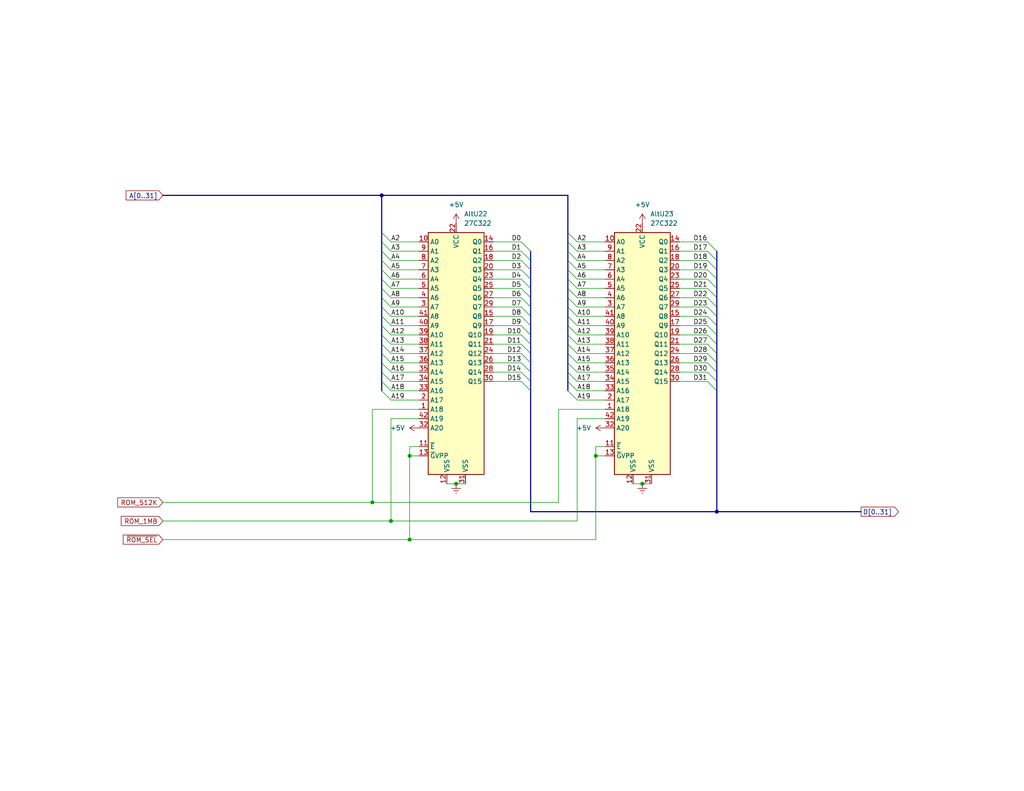
<source format=kicad_sch>
(kicad_sch (version 20250114) (generator "eeschema") (generator_version "9.0")
  (paper "USLetter")
  (title_block (title "Macintosh Classic II Revision B") (date "2025-06-04") (company "Apple Computer") (comment 1 "drawn by Bradley Bell"))
  (lib_symbols
    (symbol "27C322_1"
      (property "Reference" "U" (at -7.62 31.75 0))
      (property "Value" "27C322" (at 2.794 32.258 0))
      (symbol "27C322_1_1_1"
        (rectangle (start -7.62 30.48) (end 7.62 -35.56) (stroke (width 0.254)) (fill (type background)))
        (pin input line (at -10.16 27.94 0) (length 2.54) (name "A0") (number "10"))
        (pin input line (at -10.16 25.4 0) (length 2.54) (name "A1") (number "9"))
        (pin input line (at -10.16 22.86 0) (length 2.54) (name "A2") (number "8"))
        (pin input line (at -10.16 20.32 0) (length 2.54) (name "A3") (number "7"))
        (pin input line (at -10.16 17.78 0) (length 2.54) (name "A4") (number "6"))
        (pin input line (at -10.16 15.24 0) (length 2.54) (name "A5") (number "5"))
        (pin input line (at -10.16 12.7 0) (length 2.54) (name "A6") (number "4"))
        (pin input line (at -10.16 10.16 0) (length 2.54) (name "A7") (number "3"))
        (pin input line (at -10.16 7.62 0) (length 2.54) (name "A8") (number "41"))
        (pin input line (at -10.16 5.08 0) (length 2.54) (name "A9") (number "40"))
        (pin input line (at -10.16 2.54 0) (length 2.54) (name "A10") (number "39"))
        (pin input line (at -10.16 0 0) (length 2.54) (name "A11") (number "38"))
        (pin input line (at -10.16 -2.54 0) (length 2.54) (name "A12") (number "37"))
        (pin input line (at -10.16 -5.08 0) (length 2.54) (name "A13") (number "36"))
        (pin input line (at -10.16 -7.62 0) (length 2.54) (name "A14") (number "35"))
        (pin input line (at -10.16 -10.16 0) (length 2.54) (name "A15") (number "34"))
        (pin input line (at -10.16 -12.7 0) (length 2.54) (name "A16") (number "33"))
        (pin input line (at -10.16 -15.24 0) (length 2.54) (name "A17") (number "2"))
        (pin input line (at -10.16 -17.78 0) (length 2.54) (name "A18") (number "1"))
        (pin input line (at -10.16 -20.32 0) (length 2.54) (name "A19") (number "42"))
        (pin input line (at -10.16 -22.86 0) (length 2.54) (name "A20") (number "32"))
        (pin input line (at -10.16 -27.94 0) (length 2.54) (name "~{E}") (number "11"))
        (pin input line (at -10.16 -30.48 0) (length 2.54) (name "~{G}VPP") (number "13"))
        (pin power_in line (at -2.54 -38.1 90) (length 2.54) (name "VSS") (number "12"))
        (pin power_in line (at 0 33.02 270) (length 2.54) (name "VCC") (number "22"))
        (pin power_in line (at 2.54 -38.1 90) (length 2.54) (name "VSS") (number "31"))
        (pin tri_state line (at 10.16 27.94 180) (length 2.54) (name "Q0") (number "14"))
        (pin tri_state line (at 10.16 25.4 180) (length 2.54) (name "Q1") (number "16"))
        (pin tri_state line (at 10.16 22.86 180) (length 2.54) (name "Q2") (number "18"))
        (pin tri_state line (at 10.16 20.32 180) (length 2.54) (name "Q3") (number "20"))
        (pin tri_state line (at 10.16 17.78 180) (length 2.54) (name "Q4") (number "23"))
        (pin tri_state line (at 10.16 15.24 180) (length 2.54) (name "Q5") (number "25"))
        (pin tri_state line (at 10.16 12.7 180) (length 2.54) (name "Q6") (number "27"))
        (pin tri_state line (at 10.16 10.16 180) (length 2.54) (name "Q7") (number "29"))
        (pin tri_state line (at 10.16 7.62 180) (length 2.54) (name "Q8") (number "15"))
        (pin tri_state line (at 10.16 5.08 180) (length 2.54) (name "Q9") (number "17"))
        (pin tri_state line (at 10.16 2.54 180) (length 2.54) (name "Q10") (number "19"))
        (pin tri_state line (at 10.16 0 180) (length 2.54) (name "Q11") (number "21"))
        (pin tri_state line (at 10.16 -2.54 180) (length 2.54) (name "Q12") (number "24"))
        (pin tri_state line (at 10.16 -5.08 180) (length 2.54) (name "Q13") (number "26"))
        (pin tri_state line (at 10.16 -7.62 180) (length 2.54) (name "Q14") (number "28"))
        (pin tri_state line (at 10.16 -10.16 180) (length 2.54) (name "Q15") (number "30"))
      )
    )
    (symbol "MyEprom:27C322"
      (property "Reference" "U" (at -7.62 31.75 0))
      (property "Value" "27C322" (at 2.794 32.258 0))
      (symbol "27C322_1_1"
        (rectangle (start -7.62 30.48) (end 7.62 -35.56) (stroke (width 0.254)) (fill (type background)))
        (pin input line (at -10.16 27.94 0) (length 2.54) (name "A0") (number "10"))
        (pin input line (at -10.16 25.4 0) (length 2.54) (name "A1") (number "9"))
        (pin input line (at -10.16 22.86 0) (length 2.54) (name "A2") (number "8"))
        (pin input line (at -10.16 20.32 0) (length 2.54) (name "A3") (number "7"))
        (pin input line (at -10.16 17.78 0) (length 2.54) (name "A4") (number "6"))
        (pin input line (at -10.16 15.24 0) (length 2.54) (name "A5") (number "5"))
        (pin input line (at -10.16 12.7 0) (length 2.54) (name "A6") (number "4"))
        (pin input line (at -10.16 10.16 0) (length 2.54) (name "A7") (number "3"))
        (pin input line (at -10.16 7.62 0) (length 2.54) (name "A8") (number "41"))
        (pin input line (at -10.16 5.08 0) (length 2.54) (name "A9") (number "40"))
        (pin input line (at -10.16 2.54 0) (length 2.54) (name "A10") (number "39"))
        (pin input line (at -10.16 0 0) (length 2.54) (name "A11") (number "38"))
        (pin input line (at -10.16 -2.54 0) (length 2.54) (name "A12") (number "37"))
        (pin input line (at -10.16 -5.08 0) (length 2.54) (name "A13") (number "36"))
        (pin input line (at -10.16 -7.62 0) (length 2.54) (name "A14") (number "35"))
        (pin input line (at -10.16 -10.16 0) (length 2.54) (name "A15") (number "34"))
        (pin input line (at -10.16 -12.7 0) (length 2.54) (name "A16") (number "33"))
        (pin input line (at -10.16 -15.24 0) (length 2.54) (name "A17") (number "2"))
        (pin input line (at -10.16 -17.78 0) (length 2.54) (name "A18") (number "1"))
        (pin input line (at -10.16 -20.32 0) (length 2.54) (name "A19") (number "42"))
        (pin input line (at -10.16 -22.86 0) (length 2.54) (name "A20") (number "32"))
        (pin input line (at -10.16 -27.94 0) (length 2.54) (name "~{E}") (number "11"))
        (pin input line (at -10.16 -30.48 0) (length 2.54) (name "~{G}VPP") (number "13"))
        (pin power_in line (at -2.54 -38.1 90) (length 2.54) (name "VSS") (number "12"))
        (pin power_in line (at 0 33.02 270) (length 2.54) (name "VCC") (number "22"))
        (pin power_in line (at 2.54 -38.1 90) (length 2.54) (name "VSS") (number "31"))
        (pin tri_state line (at 10.16 27.94 180) (length 2.54) (name "Q0") (number "14"))
        (pin tri_state line (at 10.16 25.4 180) (length 2.54) (name "Q1") (number "16"))
        (pin tri_state line (at 10.16 22.86 180) (length 2.54) (name "Q2") (number "18"))
        (pin tri_state line (at 10.16 20.32 180) (length 2.54) (name "Q3") (number "20"))
        (pin tri_state line (at 10.16 17.78 180) (length 2.54) (name "Q4") (number "23"))
        (pin tri_state line (at 10.16 15.24 180) (length 2.54) (name "Q5") (number "25"))
        (pin tri_state line (at 10.16 12.7 180) (length 2.54) (name "Q6") (number "27"))
        (pin tri_state line (at 10.16 10.16 180) (length 2.54) (name "Q7") (number "29"))
        (pin tri_state line (at 10.16 7.62 180) (length 2.54) (name "Q8") (number "15"))
        (pin tri_state line (at 10.16 5.08 180) (length 2.54) (name "Q9") (number "17"))
        (pin tri_state line (at 10.16 2.54 180) (length 2.54) (name "Q10") (number "19"))
        (pin tri_state line (at 10.16 0 180) (length 2.54) (name "Q11") (number "21"))
        (pin tri_state line (at 10.16 -2.54 180) (length 2.54) (name "Q12") (number "24"))
        (pin tri_state line (at 10.16 -5.08 180) (length 2.54) (name "Q13") (number "26"))
        (pin tri_state line (at 10.16 -7.62 180) (length 2.54) (name "Q14") (number "28"))
        (pin tri_state line (at 10.16 -10.16 180) (length 2.54) (name "Q15") (number "30"))
      )
    )
    (symbol "power:+5V" (power) (pin_numbers (hide yes)) (pin_names (offset 0) (hide yes))
      (property "Value" "+5V" (at 0 3.556 0))
      (symbol "+5V_0_1"
        (polyline (pts (xy -0.762 1.27) (xy 0 2.54)))
        (polyline (pts (xy 0 2.54) (xy 0.762 1.27)))
        (polyline (pts (xy 0 0) (xy 0 2.54)))
      )
      (symbol "+5V_1_1"
        (pin power_in line (at 0 0 90) (length 0) (name "~") (number "1"))
      )
    )
    (symbol "power:GNDREF" (power) (pin_numbers (hide yes)) (pin_names (offset 0) (hide yes))
      (property "Value" "GNDREF" (at 0 -3.81 0))
      (symbol "GNDREF_0_1"
        (polyline (pts (xy -0.635 -1.905) (xy 0.635 -1.905)))
        (polyline (pts (xy -0.127 -2.54) (xy 0.127 -2.54)))
        (polyline (pts (xy 0 -1.27) (xy 0 0)))
        (polyline (pts (xy 1.27 -1.27) (xy -1.27 -1.27)))
      )
      (symbol "GNDREF_1_1"
        (pin power_in line (at 0 0 270) (length 0) (name "~") (number "1"))
      )
    )
  )
  (junction (at 111.76 124.46))
  (junction (at 162.56 124.46))
  (junction (at 104.14 53.34))
  (junction (at 101.6 137.16))
  (junction (at 175.26 132.08))
  (junction (at 195.58 139.7))
  (junction (at 106.68 142.24))
  (junction (at 111.76 147.32))
  (junction (at 124.46 132.08))
  (bus_entry (at 154.94 83.82) (size 2.54 2.54))
  (bus_entry (at 193.04 91.44) (size 2.54 2.54))
  (bus_entry (at 142.24 91.44) (size 2.54 2.54))
  (bus_entry (at 104.14 86.36) (size 2.54 2.54))
  (bus_entry (at 154.94 93.98) (size 2.54 2.54))
  (bus_entry (at 154.94 66.04) (size 2.54 2.54))
  (bus_entry (at 193.04 104.14) (size 2.54 2.54))
  (bus_entry (at 142.24 73.66) (size 2.54 2.54))
  (bus_entry (at 142.24 71.12) (size 2.54 2.54))
  (bus_entry (at 193.04 96.52) (size 2.54 2.54))
  (bus_entry (at 193.04 81.28) (size 2.54 2.54))
  (bus_entry (at 104.14 76.2) (size 2.54 2.54))
  (bus_entry (at 154.94 104.14) (size 2.54 2.54))
  (bus_entry (at 193.04 66.04) (size 2.54 2.54))
  (bus_entry (at 193.04 78.74) (size 2.54 2.54))
  (bus_entry (at 104.14 96.52) (size 2.54 2.54))
  (bus_entry (at 142.24 104.14) (size 2.54 2.54))
  (bus_entry (at 104.14 99.06) (size 2.54 2.54))
  (bus_entry (at 154.94 76.2) (size 2.54 2.54))
  (bus_entry (at 104.14 93.98) (size 2.54 2.54))
  (bus_entry (at 142.24 81.28) (size 2.54 2.54))
  (bus_entry (at 142.24 93.98) (size 2.54 2.54))
  (bus_entry (at 193.04 86.36) (size 2.54 2.54))
  (bus_entry (at 142.24 76.2) (size 2.54 2.54))
  (bus_entry (at 142.24 78.74) (size 2.54 2.54))
  (bus_entry (at 154.94 106.68) (size 2.54 2.54))
  (bus_entry (at 104.14 66.04) (size 2.54 2.54))
  (bus_entry (at 104.14 101.6) (size 2.54 2.54))
  (bus_entry (at 193.04 76.2) (size 2.54 2.54))
  (bus_entry (at 104.14 63.5) (size 2.54 2.54))
  (bus_entry (at 142.24 86.36) (size 2.54 2.54))
  (bus_entry (at 142.24 83.82) (size 2.54 2.54))
  (bus_entry (at 104.14 71.12) (size 2.54 2.54))
  (bus_entry (at 104.14 106.68) (size 2.54 2.54))
  (bus_entry (at 142.24 88.9) (size 2.54 2.54))
  (bus_entry (at 104.14 88.9) (size 2.54 2.54))
  (bus_entry (at 142.24 99.06) (size 2.54 2.54))
  (bus_entry (at 154.94 78.74) (size 2.54 2.54))
  (bus_entry (at 154.94 81.28) (size 2.54 2.54))
  (bus_entry (at 154.94 101.6) (size 2.54 2.54))
  (bus_entry (at 104.14 78.74) (size 2.54 2.54))
  (bus_entry (at 104.14 81.28) (size 2.54 2.54))
  (bus_entry (at 193.04 93.98) (size 2.54 2.54))
  (bus_entry (at 154.94 63.5) (size 2.54 2.54))
  (bus_entry (at 154.94 73.66) (size 2.54 2.54))
  (bus_entry (at 193.04 68.58) (size 2.54 2.54))
  (bus_entry (at 104.14 91.44) (size 2.54 2.54))
  (bus_entry (at 193.04 73.66) (size 2.54 2.54))
  (bus_entry (at 104.14 68.58) (size 2.54 2.54))
  (bus_entry (at 154.94 88.9) (size 2.54 2.54))
  (bus_entry (at 142.24 101.6) (size 2.54 2.54))
  (bus_entry (at 193.04 71.12) (size 2.54 2.54))
  (bus_entry (at 142.24 68.58) (size 2.54 2.54))
  (bus_entry (at 193.04 99.06) (size 2.54 2.54))
  (bus_entry (at 154.94 99.06) (size 2.54 2.54))
  (bus_entry (at 193.04 83.82) (size 2.54 2.54))
  (bus_entry (at 193.04 88.9) (size 2.54 2.54))
  (bus_entry (at 104.14 73.66) (size 2.54 2.54))
  (bus_entry (at 154.94 68.58) (size 2.54 2.54))
  (bus_entry (at 193.04 101.6) (size 2.54 2.54))
  (bus_entry (at 104.14 104.14) (size 2.54 2.54))
  (bus_entry (at 142.24 96.52) (size 2.54 2.54))
  (bus_entry (at 142.24 66.04) (size 2.54 2.54))
  (bus_entry (at 154.94 91.44) (size 2.54 2.54))
  (bus_entry (at 154.94 71.12) (size 2.54 2.54))
  (bus_entry (at 154.94 86.36) (size 2.54 2.54))
  (bus_entry (at 104.14 83.82) (size 2.54 2.54))
  (bus_entry (at 154.94 96.52) (size 2.54 2.54))
  (bus (pts (xy 154.94 71.12) (xy 154.94 68.58)))
  (wire (pts (xy 185.42 99.06) (xy 193.04 99.06)))
  (wire (pts (xy 111.76 124.46) (xy 114.3 124.46)))
  (wire (pts (xy 106.68 101.6) (xy 114.3 101.6)))
  (wire (pts (xy 157.48 76.2) (xy 165.1 76.2)))
  (wire (pts (xy 134.62 83.82) (xy 142.24 83.82)))
  (bus (pts (xy 154.94 96.52) (xy 154.94 93.98)))
  (bus (pts (xy 154.94 81.28) (xy 154.94 78.74)))
  (bus (pts (xy 195.58 96.52) (xy 195.58 93.98)))
  (wire (pts (xy 157.48 93.98) (xy 165.1 93.98)))
  (bus (pts (xy 195.58 139.7) (xy 234.95 139.7)))
  (wire (pts (xy 134.62 96.52) (xy 142.24 96.52)))
  (wire (pts (xy 124.46 132.08) (xy 121.92 132.08)))
  (wire (pts (xy 106.68 68.58) (xy 114.3 68.58)))
  (wire (pts (xy 101.6 111.76) (xy 114.3 111.76)))
  (wire (pts (xy 185.42 78.74) (xy 193.04 78.74)))
  (wire (pts (xy 185.42 68.58) (xy 193.04 68.58)))
  (wire (pts (xy 157.48 142.24) (xy 157.48 114.3)))
  (wire (pts (xy 106.68 104.14) (xy 114.3 104.14)))
  (wire (pts (xy 44.45 142.24) (xy 106.68 142.24)))
  (wire (pts (xy 157.48 78.74) (xy 165.1 78.74)))
  (bus (pts (xy 195.58 93.98) (xy 195.58 91.44)))
  (wire (pts (xy 134.62 91.44) (xy 142.24 91.44)))
  (wire (pts (xy 106.68 142.24) (xy 157.48 142.24)))
  (wire (pts (xy 185.42 86.36) (xy 193.04 86.36)))
  (wire (pts (xy 185.42 73.66) (xy 193.04 73.66)))
  (bus (pts (xy 104.14 68.58) (xy 104.14 66.04)))
  (wire (pts (xy 106.68 91.44) (xy 114.3 91.44)))
  (wire (pts (xy 111.76 147.32) (xy 162.56 147.32)))
  (bus (pts (xy 154.94 73.66) (xy 154.94 71.12)))
  (bus (pts (xy 144.78 76.2) (xy 144.78 73.66)))
  (wire (pts (xy 185.42 91.44) (xy 193.04 91.44)))
  (bus (pts (xy 104.14 93.98) (xy 104.14 91.44)))
  (bus (pts (xy 195.58 106.68) (xy 195.58 139.7)))
  (wire (pts (xy 157.48 71.12) (xy 165.1 71.12)))
  (bus (pts (xy 144.78 73.66) (xy 144.78 71.12)))
  (bus (pts (xy 154.94 93.98) (xy 154.94 91.44)))
  (wire (pts (xy 185.42 101.6) (xy 193.04 101.6)))
  (wire (pts (xy 134.62 71.12) (xy 142.24 71.12)))
  (bus (pts (xy 154.94 88.9) (xy 154.94 86.36)))
  (bus (pts (xy 104.14 88.9) (xy 104.14 86.36)))
  (wire (pts (xy 111.76 124.46) (xy 111.76 147.32)))
  (bus (pts (xy 104.14 86.36) (xy 104.14 83.82)))
  (wire (pts (xy 106.68 66.04) (xy 114.3 66.04)))
  (wire (pts (xy 134.62 66.04) (xy 142.24 66.04)))
  (wire (pts (xy 157.48 81.28) (xy 165.1 81.28)))
  (bus (pts (xy 104.14 66.04) (xy 104.14 63.5)))
  (wire (pts (xy 157.48 99.06) (xy 165.1 99.06)))
  (wire (pts (xy 185.42 83.82) (xy 193.04 83.82)))
  (bus (pts (xy 144.78 93.98) (xy 144.78 91.44)))
  (wire (pts (xy 157.48 68.58) (xy 165.1 68.58)))
  (bus (pts (xy 195.58 81.28) (xy 195.58 78.74)))
  (bus (pts (xy 44.45 53.34) (xy 104.14 53.34)))
  (wire (pts (xy 157.48 109.22) (xy 165.1 109.22)))
  (wire (pts (xy 134.62 81.28) (xy 142.24 81.28)))
  (wire (pts (xy 106.68 114.3) (xy 114.3 114.3)))
  (wire (pts (xy 106.68 109.22) (xy 114.3 109.22)))
  (bus (pts (xy 154.94 66.04) (xy 154.94 63.5)))
  (bus (pts (xy 195.58 139.7) (xy 144.78 139.7)))
  (bus (pts (xy 195.58 86.36) (xy 195.58 83.82)))
  (bus (pts (xy 144.78 139.7) (xy 144.78 106.68)))
  (bus (pts (xy 104.14 99.06) (xy 104.14 96.52)))
  (bus (pts (xy 144.78 96.52) (xy 144.78 93.98)))
  (bus (pts (xy 104.14 96.52) (xy 104.14 93.98)))
  (wire (pts (xy 106.68 78.74) (xy 114.3 78.74)))
  (wire (pts (xy 185.42 66.04) (xy 193.04 66.04)))
  (bus (pts (xy 104.14 53.34) (xy 154.94 53.34)))
  (wire (pts (xy 134.62 99.06) (xy 142.24 99.06)))
  (bus (pts (xy 144.78 106.68) (xy 144.78 104.14)))
  (bus (pts (xy 104.14 81.28) (xy 104.14 78.74)))
  (bus (pts (xy 104.14 53.34) (xy 104.14 63.5)))
  (wire (pts (xy 106.68 71.12) (xy 114.3 71.12)))
  (wire (pts (xy 157.48 114.3) (xy 165.1 114.3)))
  (wire (pts (xy 157.48 88.9) (xy 165.1 88.9)))
  (wire (pts (xy 134.62 76.2) (xy 142.24 76.2)))
  (bus (pts (xy 195.58 91.44) (xy 195.58 88.9)))
  (wire (pts (xy 134.62 68.58) (xy 142.24 68.58)))
  (wire (pts (xy 185.42 71.12) (xy 193.04 71.12)))
  (wire (pts (xy 106.68 93.98) (xy 114.3 93.98)))
  (wire (pts (xy 44.45 147.32) (xy 111.76 147.32)))
  (bus (pts (xy 195.58 83.82) (xy 195.58 81.28)))
  (wire (pts (xy 106.68 83.82) (xy 114.3 83.82)))
  (wire (pts (xy 185.42 81.28) (xy 193.04 81.28)))
  (wire (pts (xy 134.62 73.66) (xy 142.24 73.66)))
  (wire (pts (xy 111.76 121.92) (xy 114.3 121.92)))
  (wire (pts (xy 134.62 88.9) (xy 142.24 88.9)))
  (bus (pts (xy 104.14 101.6) (xy 104.14 99.06)))
  (bus (pts (xy 144.78 86.36) (xy 144.78 83.82)))
  (wire (pts (xy 106.68 86.36) (xy 114.3 86.36)))
  (bus (pts (xy 144.78 83.82) (xy 144.78 81.28)))
  (bus (pts (xy 144.78 78.74) (xy 144.78 76.2)))
  (bus (pts (xy 154.94 76.2) (xy 154.94 73.66)))
  (bus (pts (xy 154.94 86.36) (xy 154.94 83.82)))
  (wire (pts (xy 185.42 93.98) (xy 193.04 93.98)))
  (wire (pts (xy 134.62 78.74) (xy 142.24 78.74)))
  (wire (pts (xy 185.42 96.52) (xy 193.04 96.52)))
  (wire (pts (xy 157.48 83.82) (xy 165.1 83.82)))
  (wire (pts (xy 134.62 93.98) (xy 142.24 93.98)))
  (wire (pts (xy 152.4 111.76) (xy 152.4 137.16)))
  (bus (pts (xy 154.94 53.34) (xy 154.94 63.5)))
  (wire (pts (xy 157.48 106.68) (xy 165.1 106.68)))
  (wire (pts (xy 106.68 96.52) (xy 114.3 96.52)))
  (wire (pts (xy 162.56 124.46) (xy 165.1 124.46)))
  (wire (pts (xy 172.72 132.08) (xy 175.26 132.08)))
  (wire (pts (xy 157.48 86.36) (xy 165.1 86.36)))
  (wire (pts (xy 101.6 111.76) (xy 101.6 137.16)))
  (wire (pts (xy 106.68 88.9) (xy 114.3 88.9)))
  (bus (pts (xy 195.58 76.2) (xy 195.58 73.66)))
  (wire (pts (xy 177.8 132.08) (xy 175.26 132.08)))
  (bus (pts (xy 104.14 71.12) (xy 104.14 68.58)))
  (bus (pts (xy 154.94 101.6) (xy 154.94 99.06)))
  (bus (pts (xy 144.78 104.14) (xy 144.78 101.6)))
  (wire (pts (xy 134.62 104.14) (xy 142.24 104.14)))
  (bus (pts (xy 195.58 99.06) (xy 195.58 96.52)))
  (bus (pts (xy 154.94 83.82) (xy 154.94 81.28)))
  (bus (pts (xy 154.94 99.06) (xy 154.94 96.52)))
  (wire (pts (xy 134.62 86.36) (xy 142.24 86.36)))
  (bus (pts (xy 154.94 78.74) (xy 154.94 76.2)))
  (bus (pts (xy 154.94 91.44) (xy 154.94 88.9)))
  (bus (pts (xy 144.78 71.12) (xy 144.78 68.58)))
  (bus (pts (xy 144.78 88.9) (xy 144.78 86.36)))
  (wire (pts (xy 162.56 124.46) (xy 162.56 147.32)))
  (bus (pts (xy 144.78 99.06) (xy 144.78 96.52)))
  (wire (pts (xy 106.68 114.3) (xy 106.68 142.24)))
  (bus (pts (xy 195.58 106.68) (xy 195.58 104.14)))
  (wire (pts (xy 106.68 81.28) (xy 114.3 81.28)))
  (bus (pts (xy 195.58 88.9) (xy 195.58 86.36)))
  (wire (pts (xy 157.48 91.44) (xy 165.1 91.44)))
  (bus (pts (xy 195.58 101.6) (xy 195.58 99.06)))
  (wire (pts (xy 134.62 101.6) (xy 142.24 101.6)))
  (bus (pts (xy 154.94 68.58) (xy 154.94 66.04)))
  (bus (pts (xy 104.14 104.14) (xy 104.14 101.6)))
  (bus (pts (xy 144.78 101.6) (xy 144.78 99.06)))
  (wire (pts (xy 157.48 66.04) (xy 165.1 66.04)))
  (wire (pts (xy 185.42 88.9) (xy 193.04 88.9)))
  (wire (pts (xy 162.56 121.92) (xy 162.56 124.46)))
  (wire (pts (xy 165.1 111.76) (xy 152.4 111.76)))
  (bus (pts (xy 195.58 78.74) (xy 195.58 76.2)))
  (bus (pts (xy 104.14 83.82) (xy 104.14 81.28)))
  (bus (pts (xy 104.14 76.2) (xy 104.14 73.66)))
  (wire (pts (xy 185.42 104.14) (xy 193.04 104.14)))
  (wire (pts (xy 106.68 99.06) (xy 114.3 99.06)))
  (bus (pts (xy 144.78 81.28) (xy 144.78 78.74)))
  (wire (pts (xy 162.56 121.92) (xy 165.1 121.92)))
  (wire (pts (xy 106.68 76.2) (xy 114.3 76.2)))
  (wire (pts (xy 185.42 76.2) (xy 193.04 76.2)))
  (bus (pts (xy 104.14 73.66) (xy 104.14 71.12)))
  (bus (pts (xy 144.78 91.44) (xy 144.78 88.9)))
  (bus (pts (xy 195.58 71.12) (xy 195.58 68.58)))
  (bus (pts (xy 195.58 73.66) (xy 195.58 71.12)))
  (bus (pts (xy 104.14 78.74) (xy 104.14 76.2)))
  (wire (pts (xy 127 132.08) (xy 124.46 132.08)))
  (bus (pts (xy 104.14 106.68) (xy 104.14 104.14)))
  (bus (pts (xy 154.94 104.14) (xy 154.94 101.6)))
  (wire (pts (xy 157.48 96.52) (xy 165.1 96.52)))
  (wire (pts (xy 157.48 101.6) (xy 165.1 101.6)))
  (bus (pts (xy 104.14 91.44) (xy 104.14 88.9)))
  (wire (pts (xy 44.45 137.16) (xy 101.6 137.16)))
  (wire (pts (xy 157.48 104.14) (xy 165.1 104.14)))
  (wire (pts (xy 106.68 106.68) (xy 114.3 106.68)))
  (wire (pts (xy 106.68 73.66) (xy 114.3 73.66)))
  (bus (pts (xy 195.58 104.14) (xy 195.58 101.6)))
  (wire (pts (xy 157.48 73.66) (xy 165.1 73.66)))
  (bus (pts (xy 154.94 106.68) (xy 154.94 104.14)))
  (wire (pts (xy 111.76 121.92) (xy 111.76 124.46)))
  (wire (pts (xy 101.6 137.16) (xy 152.4 137.16)))
  (label "A3" (at 157.48 68.58 0))
  (label "D9" (at 142.24 88.9 180))
  (label "A14" (at 157.48 96.52 0))
  (label "A6" (at 157.48 76.2 0))
  (label "D21" (at 193.04 78.74 180))
  (label "D25" (at 193.04 88.9 180))
  (label "D14" (at 142.24 101.6 180))
  (label "D12" (at 142.24 96.52 180))
  (label "D13" (at 142.24 99.06 180))
  (label "A16" (at 106.68 101.6 0))
  (label "A11" (at 157.48 88.9 0))
  (label "D6" (at 142.24 81.28 180))
  (label "D1" (at 142.24 68.58 180))
  (label "A4" (at 106.68 71.12 0))
  (label "A6" (at 106.68 76.2 0))
  (label "D16" (at 193.04 66.04 180))
  (label "A7" (at 106.68 78.74 0))
  (label "A10" (at 106.68 86.36 0))
  (label "D19" (at 193.04 73.66 180))
  (label "D27" (at 193.04 93.98 180))
  (label "A2" (at 106.68 66.04 0))
  (label "D31" (at 193.04 104.14 180))
  (label "D20" (at 193.04 76.2 180))
  (label "A12" (at 106.68 91.44 0))
  (label "D7" (at 142.24 83.82 180))
  (label "D0" (at 142.24 66.04 180))
  (label "A13" (at 106.68 93.98 0))
  (label "D18" (at 193.04 71.12 180))
  (label "A19" (at 157.48 109.22 0))
  (label "D2" (at 142.24 71.12 180))
  (label "D8" (at 142.24 86.36 180))
  (label "A3" (at 106.68 68.58 0))
  (label "A11" (at 106.68 88.9 0))
  (label "A18" (at 106.68 106.68 0))
  (label "A17" (at 106.68 104.14 0))
  (label "D5" (at 142.24 78.74 180))
  (label "D28" (at 193.04 96.52 180))
  (label "A14" (at 106.68 96.52 0))
  (label "A9" (at 157.48 83.82 0))
  (label "A5" (at 157.48 73.66 0))
  (label "A13" (at 157.48 93.98 0))
  (label "A15" (at 106.68 99.06 0))
  (label "A17" (at 157.48 104.14 0))
  (label "A15" (at 157.48 99.06 0))
  (label "A12" (at 157.48 91.44 0))
  (label "A19" (at 106.68 109.22 0))
  (label "D30" (at 193.04 101.6 180))
  (label "A5" (at 106.68 73.66 0))
  (label "D23" (at 193.04 83.82 180))
  (label "A2" (at 157.48 66.04 0))
  (label "D17" (at 193.04 68.58 180))
  (label "D15" (at 142.24 104.14 180))
  (label "A10" (at 157.48 86.36 0))
  (label "A8" (at 106.68 81.28 0))
  (label "A16" (at 157.48 101.6 0))
  (label "A18" (at 157.48 106.68 0))
  (label "D24" (at 193.04 86.36 180))
  (label "D22" (at 193.04 81.28 180))
  (label "A4" (at 157.48 71.12 0))
  (label "D3" (at 142.24 73.66 180))
  (label "D10" (at 142.24 91.44 180))
  (label "D29" (at 193.04 99.06 180))
  (label "D4" (at 142.24 76.2 180))
  (label "A7" (at 157.48 78.74 0))
  (label "A8" (at 157.48 81.28 0))
  (label "D26" (at 193.04 91.44 180))
  (label "A9" (at 106.68 83.82 0))
  (label "D11" (at 142.24 93.98 180))
  (global_label "D[0..31]" (shape output) (at 234.95 139.7 0) (property "Intersheetrefs" "${INTERSHEET_REFS}" (at 245.7367 139.7 0) (effects (justify left))))
  (global_label "ROM_1MB" (shape input) (at 44.45 142.24 180) (property "Intersheetrefs" "${INTERSHEET_REFS}" (at 32.9377 142.24 0) (effects (justify right))))
  (global_label "A[0..31]" (shape input) (at 44.45 53.34 180) (property "Intersheetrefs" "${INTERSHEET_REFS}" (at 33.8447 53.34 0) (effects (justify right))))
  (global_label "ROM_512K" (shape input) (at 44.45 137.16 180) (property "Intersheetrefs" "${INTERSHEET_REFS}" (at 32.9377 137.16 0) (effects (justify right))))
  (global_label "~{ROM_SEL}" (shape input) (at 44.45 147.32 180) (property "Intersheetrefs" "${INTERSHEET_REFS}" (at 33.0587 147.32 0) (effects (justify right))))
  (symbol (lib_id "power:+5V") (at 165.1 116.84 90) (unit 1)
    (property "Reference" "#PWR0316" (effects (hide yes)))
    (property "Value" "+5V" (at 161.29 116.8399 90) (effects (justify left)))
    (property "Description" "Power symbol creates a global label with name \"+5V\"" (effects (hide yes)))
  )
  (symbol (lib_id "power:GNDREF") (at 175.26 132.08 0) (unit 1)
    (property "Reference" "#PWR0318" (effects (hide yes)))
    (property "Value" "GND" (effects (hide yes)))
    (property "Description" "Power symbol creates a global label with name \"GNDREF\" , reference supply ground" (effects (hide yes)))
  )
  (symbol (lib_id "power:GNDREF") (at 124.46 132.08 0) (unit 1)
    (property "Reference" "#PWR0315" (effects (hide yes)))
    (property "Value" "GND" (effects (hide yes)))
    (property "Description" "Power symbol creates a global label with name \"GNDREF\" , reference supply ground" (effects (hide yes)))
  )
  (symbol (lib_id "power:+5V") (at 175.26 60.96 0) (mirror y) (unit 1)
    (property "Reference" "#PWR0317" (effects (hide yes)))
    (property "Value" "+5V" (at 175.26 55.88 0))
    (property "Description" "Power symbol creates a global label with name \"+5V\"" (effects (hide yes)))
  )
  (symbol (lib_name "27C322_1") (lib_id "MyEprom:27C322") (at 124.46 93.98 0) (unit 1)
    (property "Reference" "AltU22" (at 126.6033 58.42 0) (effects (justify left)))
    (property "Value" "27C322" (at 126.6033 60.96 0) (effects (justify left)))
    (property "Footprint" "Package_DIP:DIP-42_W15.24mm_Socket" (effects (hide yes)))
    (property "Datasheet" "http://ww1.microchip.com/downloads/en/devicedoc/doc0360.pdf" (effects (hide yes)))
    (property "Description" "OTP EPROM 32 MiBit (2 Megabit x 16)" (effects (hide yes)))
  )
  (symbol (lib_id "power:+5V") (at 124.46 60.96 0) (mirror y) (unit 1)
    (property "Reference" "#PWR0314" (effects (hide yes)))
    (property "Value" "+5V" (at 124.46 55.88 0))
    (property "Description" "Power symbol creates a global label with name \"+5V\"" (effects (hide yes)))
  )
  (symbol (lib_id "MyEprom:27C322") (at 175.26 93.98 0) (unit 1)
    (property "Reference" "AltU23" (at 177.4033 58.42 0) (effects (justify left)))
    (property "Value" "27C322" (at 177.4033 60.96 0) (effects (justify left)))
    (property "Footprint" "Package_DIP:DIP-42_W15.24mm_Socket" (effects (hide yes)))
    (property "Datasheet" "http://ww1.microchip.com/downloads/en/devicedoc/doc0360.pdf" (effects (hide yes)))
    (property "Description" "OTP EPROM 32 MiBit (2 Megabit x 16)" (effects (hide yes)))
  )
  (symbol (lib_id "power:+5V") (at 114.3 116.84 90) (unit 1)
    (property "Reference" "#PWR0313" (effects (hide yes)))
    (property "Value" "+5V" (at 110.49 116.8399 90) (effects (justify left)))
    (property "Description" "Power symbol creates a global label with name \"+5V\"" (effects (hide yes)))
  )
)
</source>
